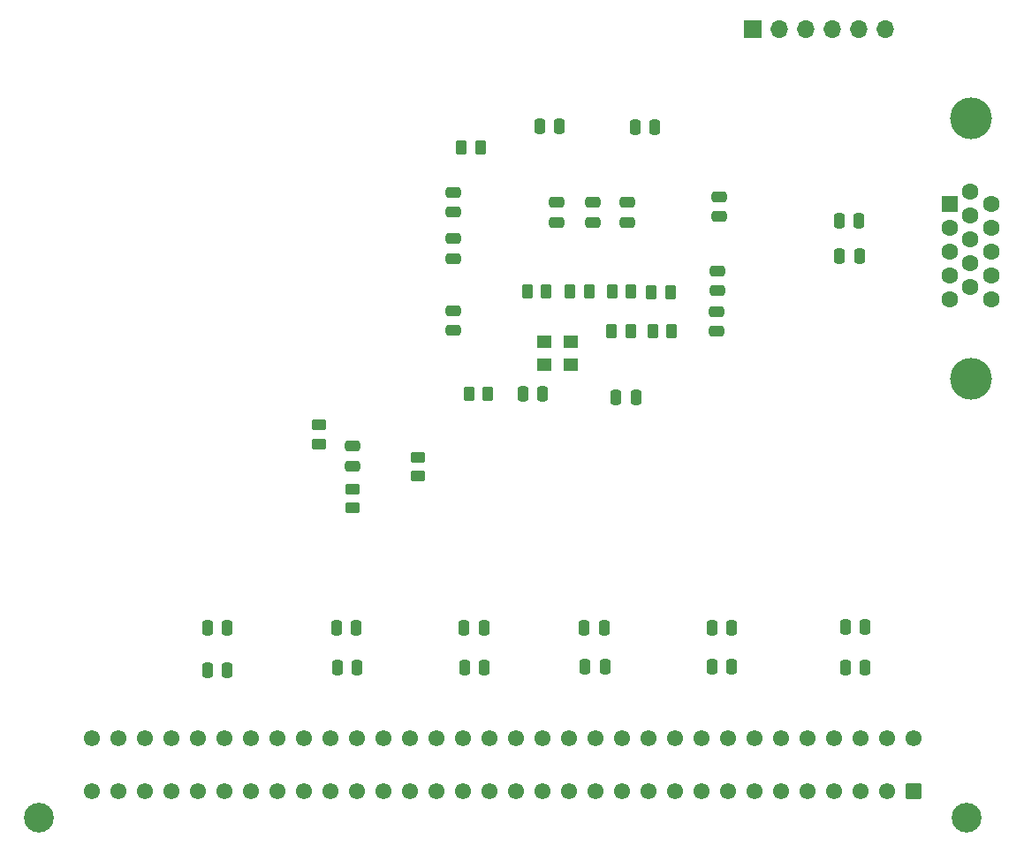
<source format=gbr>
%TF.GenerationSoftware,KiCad,Pcbnew,(6.0.7-rc1-83-g1005f75cdb)*%
%TF.CreationDate,2022-08-17T14:22:36+01:00*%
%TF.ProjectId,GfxFPGAS3,47667846-5047-4415-9333-2e6b69636164,rev?*%
%TF.SameCoordinates,Original*%
%TF.FileFunction,Soldermask,Bot*%
%TF.FilePolarity,Negative*%
%FSLAX46Y46*%
G04 Gerber Fmt 4.6, Leading zero omitted, Abs format (unit mm)*
G04 Created by KiCad (PCBNEW (6.0.7-rc1-83-g1005f75cdb)) date 2022-08-17 14:22:36*
%MOMM*%
%LPD*%
G01*
G04 APERTURE LIST*
G04 Aperture macros list*
%AMRoundRect*
0 Rectangle with rounded corners*
0 $1 Rounding radius*
0 $2 $3 $4 $5 $6 $7 $8 $9 X,Y pos of 4 corners*
0 Add a 4 corners polygon primitive as box body*
4,1,4,$2,$3,$4,$5,$6,$7,$8,$9,$2,$3,0*
0 Add four circle primitives for the rounded corners*
1,1,$1+$1,$2,$3*
1,1,$1+$1,$4,$5*
1,1,$1+$1,$6,$7*
1,1,$1+$1,$8,$9*
0 Add four rect primitives between the rounded corners*
20,1,$1+$1,$2,$3,$4,$5,0*
20,1,$1+$1,$4,$5,$6,$7,0*
20,1,$1+$1,$6,$7,$8,$9,0*
20,1,$1+$1,$8,$9,$2,$3,0*%
G04 Aperture macros list end*
%ADD10C,2.850000*%
%ADD11RoundRect,0.249999X0.525001X0.525001X-0.525001X0.525001X-0.525001X-0.525001X0.525001X-0.525001X0*%
%ADD12C,1.550000*%
%ADD13C,4.000000*%
%ADD14R,1.600000X1.600000*%
%ADD15C,1.600000*%
%ADD16R,1.700000X1.700000*%
%ADD17O,1.700000X1.700000*%
%ADD18RoundRect,0.250000X-0.250000X-0.475000X0.250000X-0.475000X0.250000X0.475000X-0.250000X0.475000X0*%
%ADD19RoundRect,0.250000X-0.475000X0.250000X-0.475000X-0.250000X0.475000X-0.250000X0.475000X0.250000X0*%
%ADD20RoundRect,0.250000X0.475000X-0.250000X0.475000X0.250000X-0.475000X0.250000X-0.475000X-0.250000X0*%
%ADD21RoundRect,0.250000X0.250000X0.475000X-0.250000X0.475000X-0.250000X-0.475000X0.250000X-0.475000X0*%
%ADD22RoundRect,0.250000X0.450000X-0.262500X0.450000X0.262500X-0.450000X0.262500X-0.450000X-0.262500X0*%
%ADD23RoundRect,0.250000X-0.450000X0.262500X-0.450000X-0.262500X0.450000X-0.262500X0.450000X0.262500X0*%
%ADD24RoundRect,0.250000X0.262500X0.450000X-0.262500X0.450000X-0.262500X-0.450000X0.262500X-0.450000X0*%
%ADD25R,1.400000X1.200000*%
G04 APERTURE END LIST*
D10*
%TO.C,J101*%
X105156000Y-147320000D03*
X194056000Y-147320000D03*
D11*
X188976000Y-144780000D03*
D12*
X186436000Y-144780000D03*
X183896000Y-144780000D03*
X181356000Y-144780000D03*
X178816000Y-144780000D03*
X176276000Y-144780000D03*
X173736000Y-144780000D03*
X171196000Y-144780000D03*
X168656000Y-144780000D03*
X166116000Y-144780000D03*
X163576000Y-144780000D03*
X161036000Y-144780000D03*
X158496000Y-144780000D03*
X155956000Y-144780000D03*
X153416000Y-144780000D03*
X150876000Y-144780000D03*
X148336000Y-144780000D03*
X145796000Y-144780000D03*
X143256000Y-144780000D03*
X140716000Y-144780000D03*
X138176000Y-144780000D03*
X135636000Y-144780000D03*
X133096000Y-144780000D03*
X130556000Y-144780000D03*
X128016000Y-144780000D03*
X125476000Y-144780000D03*
X122936000Y-144780000D03*
X120396000Y-144780000D03*
X117856000Y-144780000D03*
X115316000Y-144780000D03*
X112776000Y-144780000D03*
X110236000Y-144780000D03*
X188976000Y-139700000D03*
X186436000Y-139700000D03*
X183896000Y-139700000D03*
X181356000Y-139700000D03*
X178816000Y-139700000D03*
X176276000Y-139700000D03*
X173736000Y-139700000D03*
X171196000Y-139700000D03*
X168656000Y-139700000D03*
X166116000Y-139700000D03*
X163576000Y-139700000D03*
X161036000Y-139700000D03*
X158496000Y-139700000D03*
X155956000Y-139700000D03*
X153416000Y-139700000D03*
X150876000Y-139700000D03*
X148336000Y-139700000D03*
X145796000Y-139700000D03*
X143256000Y-139700000D03*
X140716000Y-139700000D03*
X138176000Y-139700000D03*
X135636000Y-139700000D03*
X133096000Y-139700000D03*
X130556000Y-139700000D03*
X128016000Y-139700000D03*
X125476000Y-139700000D03*
X122936000Y-139700000D03*
X120396000Y-139700000D03*
X117856000Y-139700000D03*
X115316000Y-139700000D03*
X112776000Y-139700000D03*
X110236000Y-139700000D03*
%TD*%
D13*
%TO.C,J501*%
X194470000Y-105260000D03*
X194470000Y-80260000D03*
D14*
X192420000Y-88445000D03*
D15*
X192420000Y-90735000D03*
X192420000Y-93025000D03*
X192420000Y-95315000D03*
X192420000Y-97605000D03*
X194400000Y-87300000D03*
X194400000Y-89590000D03*
X194400000Y-91880000D03*
X194400000Y-94170000D03*
X194400000Y-96460000D03*
X196380000Y-88445000D03*
X196380000Y-90735000D03*
X196380000Y-93025000D03*
X196380000Y-95315000D03*
X196380000Y-97605000D03*
%TD*%
D16*
%TO.C,J1*%
X173544000Y-71727000D03*
D17*
X176084000Y-71727000D03*
X178624000Y-71727000D03*
X181164000Y-71727000D03*
X183704000Y-71727000D03*
X186244000Y-71727000D03*
%TD*%
D18*
%TO.C,C201*%
X182400000Y-132900000D03*
X184300000Y-132900000D03*
%TD*%
%TO.C,C202*%
X169600000Y-132800000D03*
X171500000Y-132800000D03*
%TD*%
%TO.C,C203*%
X157450000Y-132800000D03*
X159350000Y-132800000D03*
%TD*%
%TO.C,C204*%
X145900000Y-132900000D03*
X147800000Y-132900000D03*
%TD*%
%TO.C,C205*%
X133700000Y-132900000D03*
X135600000Y-132900000D03*
%TD*%
%TO.C,C206*%
X121250000Y-133200000D03*
X123150000Y-133200000D03*
%TD*%
%TO.C,C207*%
X182400000Y-129000000D03*
X184300000Y-129000000D03*
%TD*%
%TO.C,C208*%
X169600000Y-129100000D03*
X171500000Y-129100000D03*
%TD*%
%TO.C,C209*%
X157400000Y-129100000D03*
X159300000Y-129100000D03*
%TD*%
%TO.C,C210*%
X145850000Y-129100000D03*
X147750000Y-129100000D03*
%TD*%
%TO.C,C211*%
X133650000Y-129100000D03*
X135550000Y-129100000D03*
%TD*%
%TO.C,C212*%
X121250000Y-129100000D03*
X123150000Y-129100000D03*
%TD*%
D19*
%TO.C,C301*%
X161544000Y-88327000D03*
X161544000Y-90227000D03*
%TD*%
D20*
%TO.C,C302*%
X170144000Y-96777000D03*
X170144000Y-94877000D03*
%TD*%
D19*
%TO.C,C303*%
X154744000Y-88327000D03*
X154744000Y-90227000D03*
%TD*%
D20*
%TO.C,C304*%
X144844000Y-100577000D03*
X144844000Y-98677000D03*
%TD*%
D19*
%TO.C,C305*%
X158182000Y-88333500D03*
X158182000Y-90233500D03*
%TD*%
%TO.C,C306*%
X170344000Y-87777000D03*
X170344000Y-89677000D03*
%TD*%
D21*
%TO.C,C401*%
X162344000Y-107027000D03*
X160444000Y-107027000D03*
%TD*%
D19*
%TO.C,C402*%
X144844000Y-91777000D03*
X144844000Y-93677000D03*
%TD*%
D20*
%TO.C,C403*%
X135150000Y-113600000D03*
X135150000Y-111700000D03*
%TD*%
D18*
%TO.C,C404*%
X153094000Y-81027000D03*
X154994000Y-81027000D03*
%TD*%
D21*
%TO.C,C503*%
X183694000Y-90037000D03*
X181794000Y-90037000D03*
%TD*%
%TO.C,C504*%
X183744000Y-93427000D03*
X181844000Y-93427000D03*
%TD*%
D22*
%TO.C,R301*%
X135150000Y-117600000D03*
X135150000Y-115775000D03*
%TD*%
D23*
%TO.C,R302*%
X131950000Y-109650000D03*
X131950000Y-111475000D03*
%TD*%
%TO.C,R303*%
X141400000Y-112725000D03*
X141400000Y-114550000D03*
%TD*%
D21*
%TO.C,C307*%
X164144000Y-81127000D03*
X162244000Y-81127000D03*
%TD*%
D20*
%TO.C,C308*%
X170044000Y-100677000D03*
X170044000Y-98777000D03*
%TD*%
D19*
%TO.C,C309*%
X144844000Y-87327000D03*
X144844000Y-89227000D03*
%TD*%
D18*
%TO.C,C310*%
X151494000Y-106627000D03*
X153394000Y-106627000D03*
%TD*%
D24*
%TO.C,R6*%
X147456500Y-83027000D03*
X145631500Y-83027000D03*
%TD*%
%TO.C,R9*%
X161856500Y-96827000D03*
X160031500Y-96827000D03*
%TD*%
%TO.C,R4*%
X161844000Y-100627000D03*
X160019000Y-100627000D03*
%TD*%
D25*
%TO.C,Y1*%
X153560000Y-101700000D03*
X156100000Y-101700000D03*
X156100000Y-103900000D03*
X153560000Y-103900000D03*
%TD*%
D24*
%TO.C,R11*%
X165756500Y-100627000D03*
X163931500Y-100627000D03*
%TD*%
%TO.C,R5*%
X148144000Y-106627000D03*
X146319000Y-106627000D03*
%TD*%
%TO.C,R10*%
X165656500Y-96927000D03*
X163831500Y-96927000D03*
%TD*%
%TO.C,R1*%
X157844000Y-96827000D03*
X156019000Y-96827000D03*
%TD*%
%TO.C,R3*%
X153744000Y-96827000D03*
X151919000Y-96827000D03*
%TD*%
M02*

</source>
